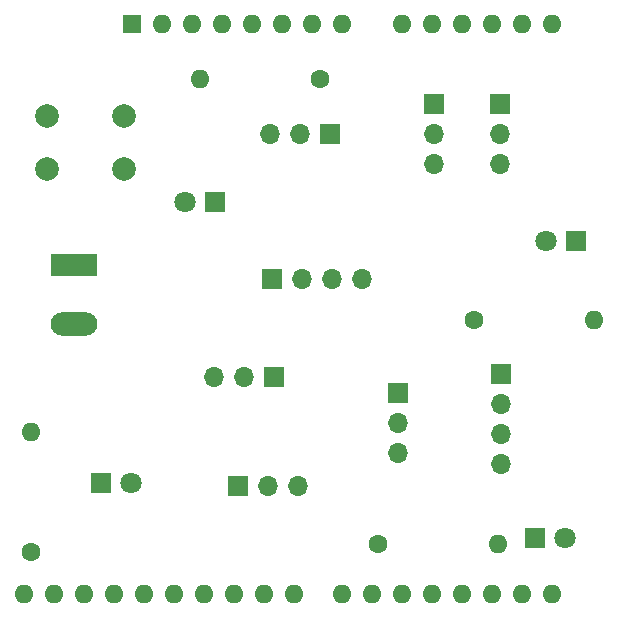
<source format=gbr>
%TF.GenerationSoftware,KiCad,Pcbnew,(6.0.7)*%
%TF.CreationDate,2022-08-21T17:21:21+03:00*%
%TF.ProjectId,ArduinoUnoHat,41726475-696e-46f5-956e-6f4861742e6b,rev?*%
%TF.SameCoordinates,Original*%
%TF.FileFunction,Soldermask,Bot*%
%TF.FilePolarity,Negative*%
%FSLAX46Y46*%
G04 Gerber Fmt 4.6, Leading zero omitted, Abs format (unit mm)*
G04 Created by KiCad (PCBNEW (6.0.7)) date 2022-08-21 17:21:21*
%MOMM*%
%LPD*%
G01*
G04 APERTURE LIST*
%ADD10C,2.000000*%
%ADD11O,1.600000X1.600000*%
%ADD12C,1.600000*%
%ADD13R,1.700000X1.700000*%
%ADD14O,1.700000X1.700000*%
%ADD15R,3.960000X1.980000*%
%ADD16O,3.960000X1.980000*%
%ADD17C,1.800000*%
%ADD18R,1.800000X1.800000*%
%ADD19R,1.600000X1.600000*%
G04 APERTURE END LIST*
D10*
%TO.C,SW1*%
X133809600Y-92536400D03*
X140309600Y-92536400D03*
X140309600Y-88036400D03*
X133809600Y-88036400D03*
%TD*%
D11*
%TO.C,R4*%
X180086000Y-105308400D03*
D12*
X169926000Y-105308400D03*
%TD*%
D11*
%TO.C,R3*%
X132435600Y-114808000D03*
D12*
X132435600Y-124968000D03*
%TD*%
%TO.C,R2*%
X161848800Y-124256800D03*
D11*
X172008800Y-124256800D03*
%TD*%
%TO.C,R1*%
X146710400Y-84886800D03*
D12*
X156870400Y-84886800D03*
%TD*%
D13*
%TO.C,J9*%
X166522400Y-86969600D03*
D14*
X166522400Y-89509600D03*
X166522400Y-92049600D03*
%TD*%
D13*
%TO.C,J8*%
X152994600Y-110083600D03*
D14*
X150454600Y-110083600D03*
X147914600Y-110083600D03*
%TD*%
D13*
%TO.C,J7*%
X172180800Y-86984600D03*
D14*
X172180800Y-89524600D03*
X172180800Y-92064600D03*
%TD*%
D13*
%TO.C,J6*%
X149976600Y-119303400D03*
D14*
X152516600Y-119303400D03*
X155056600Y-119303400D03*
%TD*%
D13*
%TO.C,J5*%
X163474400Y-111455200D03*
D14*
X163474400Y-113995200D03*
X163474400Y-116535200D03*
%TD*%
D13*
%TO.C,J4*%
X157769800Y-89509600D03*
D14*
X155229800Y-89509600D03*
X152689800Y-89509600D03*
%TD*%
D13*
%TO.C,J3*%
X172231600Y-109840400D03*
D14*
X172231600Y-112380400D03*
X172231600Y-114920400D03*
X172231600Y-117460400D03*
%TD*%
%TO.C,J2*%
X160426400Y-101803200D03*
X157886400Y-101803200D03*
X155346400Y-101803200D03*
D13*
X152806400Y-101803200D03*
%TD*%
D15*
%TO.C,J1*%
X136042400Y-100660200D03*
D16*
X136042400Y-105660200D03*
%TD*%
D17*
%TO.C,D4*%
X140919200Y-119126000D03*
D18*
X138379200Y-119126000D03*
%TD*%
D17*
%TO.C,D3*%
X176077800Y-98602800D03*
D18*
X178617800Y-98602800D03*
%TD*%
D17*
%TO.C,D2*%
X177647600Y-123748800D03*
D18*
X175107600Y-123748800D03*
%TD*%
D17*
%TO.C,D1*%
X145440400Y-95300800D03*
D18*
X147980400Y-95300800D03*
%TD*%
D11*
%TO.C,A1*%
X131855400Y-128473200D03*
X134395400Y-128473200D03*
X136935400Y-128473200D03*
X139475400Y-128473200D03*
X142015400Y-128473200D03*
X144555400Y-128473200D03*
X147095400Y-128473200D03*
X149635400Y-128473200D03*
X152175400Y-128473200D03*
X154715400Y-128473200D03*
X158775400Y-128473200D03*
X161315400Y-128473200D03*
X163855400Y-128473200D03*
X166395400Y-128473200D03*
X168935400Y-128473200D03*
X171475400Y-128473200D03*
X174015400Y-128473200D03*
X176555400Y-128473200D03*
X176555400Y-80213200D03*
X174015400Y-80213200D03*
X171475400Y-80213200D03*
X168935400Y-80213200D03*
X166395400Y-80213200D03*
X163855400Y-80213200D03*
X158775400Y-80213200D03*
X156235400Y-80213200D03*
X153695400Y-80213200D03*
X151155400Y-80213200D03*
X148615400Y-80213200D03*
X146075400Y-80213200D03*
X143535400Y-80213200D03*
D19*
X140995400Y-80213200D03*
%TD*%
M02*

</source>
